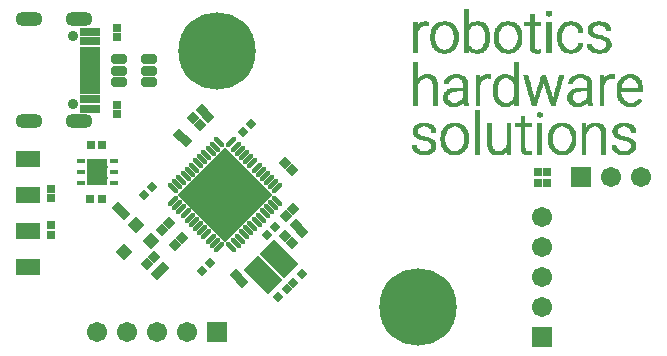
<source format=gts>
G04*
G04 #@! TF.GenerationSoftware,Altium Limited,Altium Designer,23.1.1 (15)*
G04*
G04 Layer_Color=8388736*
%FSLAX25Y25*%
%MOIN*%
G70*
G04*
G04 #@! TF.SameCoordinates,C0A30D0B-07C8-471D-B3AC-2C571FC99935*
G04*
G04*
G04 #@! TF.FilePolarity,Negative*
G04*
G01*
G75*
%ADD14C,0.00200*%
%ADD35R,0.02965X0.03162*%
%ADD36R,0.02965X0.03162*%
%ADD37R,0.06699X0.08668*%
%ADD38R,0.02762X0.01778*%
%ADD39R,0.02769X0.02769*%
%ADD40R,0.06509X0.03162*%
%ADD41R,0.06509X0.01981*%
%ADD42R,0.03162X0.02965*%
%ADD43R,0.03162X0.02965*%
G04:AMPARAMS|DCode=44|XSize=31.62mil|YSize=29.65mil|CornerRadius=0mil|HoleSize=0mil|Usage=FLASHONLY|Rotation=45.000|XOffset=0mil|YOffset=0mil|HoleType=Round|Shape=Rectangle|*
%AMROTATEDRECTD44*
4,1,4,-0.00070,-0.02166,-0.02166,-0.00070,0.00070,0.02166,0.02166,0.00070,-0.00070,-0.02166,0.0*
%
%ADD44ROTATEDRECTD44*%

G04:AMPARAMS|DCode=45|XSize=29.65mil|YSize=31.62mil|CornerRadius=0mil|HoleSize=0mil|Usage=FLASHONLY|Rotation=315.000|XOffset=0mil|YOffset=0mil|HoleType=Round|Shape=Rectangle|*
%AMROTATEDRECTD45*
4,1,4,-0.02166,-0.00070,0.00070,0.02166,0.02166,0.00070,-0.00070,-0.02166,-0.02166,-0.00070,0.0*
%
%ADD45ROTATEDRECTD45*%

G04:AMPARAMS|DCode=46|XSize=15.35mil|YSize=44.88mil|CornerRadius=0mil|HoleSize=0mil|Usage=FLASHONLY|Rotation=225.000|XOffset=0mil|YOffset=0mil|HoleType=Round|Shape=Round|*
%AMOVALD46*
21,1,0.02953,0.01535,0.00000,0.00000,315.0*
1,1,0.01535,-0.01044,0.01044*
1,1,0.01535,0.01044,-0.01044*
%
%ADD46OVALD46*%

G04:AMPARAMS|DCode=47|XSize=15.35mil|YSize=44.88mil|CornerRadius=0mil|HoleSize=0mil|Usage=FLASHONLY|Rotation=135.000|XOffset=0mil|YOffset=0mil|HoleType=Round|Shape=Round|*
%AMOVALD47*
21,1,0.02953,0.01535,0.00000,0.00000,225.0*
1,1,0.01535,0.01044,0.01044*
1,1,0.01535,-0.01044,-0.01044*
%
%ADD47OVALD47*%

%ADD48P,0.31959X4X180.0*%
G04:AMPARAMS|DCode=49|XSize=55.64mil|YSize=31.23mil|CornerRadius=6.9mil|HoleSize=0mil|Usage=FLASHONLY|Rotation=180.000|XOffset=0mil|YOffset=0mil|HoleType=Round|Shape=RoundedRectangle|*
%AMROUNDEDRECTD49*
21,1,0.05564,0.01742,0,0,180.0*
21,1,0.04183,0.03123,0,0,180.0*
1,1,0.01381,-0.02092,0.00871*
1,1,0.01381,0.02092,0.00871*
1,1,0.01381,0.02092,-0.00871*
1,1,0.01381,-0.02092,-0.00871*
%
%ADD49ROUNDEDRECTD49*%
G04:AMPARAMS|DCode=50|XSize=29.65mil|YSize=31.62mil|CornerRadius=0mil|HoleSize=0mil|Usage=FLASHONLY|Rotation=225.000|XOffset=0mil|YOffset=0mil|HoleType=Round|Shape=Rectangle|*
%AMROTATEDRECTD50*
4,1,4,-0.00070,0.02166,0.02166,-0.00070,0.00070,-0.02166,-0.02166,0.00070,-0.00070,0.02166,0.0*
%
%ADD50ROTATEDRECTD50*%

G04:AMPARAMS|DCode=51|XSize=31.62mil|YSize=29.65mil|CornerRadius=0mil|HoleSize=0mil|Usage=FLASHONLY|Rotation=315.000|XOffset=0mil|YOffset=0mil|HoleType=Round|Shape=Rectangle|*
%AMROTATEDRECTD51*
4,1,4,-0.02166,0.00070,-0.00070,0.02166,0.02166,-0.00070,0.00070,-0.02166,-0.02166,0.00070,0.0*
%
%ADD51ROTATEDRECTD51*%

%ADD52P,0.03915X4X270.0*%
%ADD53P,0.05374X4X270.0*%
%ADD54R,0.07887X0.05328*%
G04:AMPARAMS|DCode=55|XSize=67.06mil|YSize=114.3mil|CornerRadius=0mil|HoleSize=0mil|Usage=FLASHONLY|Rotation=225.000|XOffset=0mil|YOffset=0mil|HoleType=Round|Shape=Rectangle|*
%AMROTATEDRECTD55*
4,1,4,-0.01670,0.06412,0.06412,-0.01670,0.01670,-0.06412,-0.06412,0.01670,-0.01670,0.06412,0.0*
%
%ADD55ROTATEDRECTD55*%

%ADD56C,0.25800*%
%ADD57C,0.06706*%
%ADD58R,0.06706X0.06706*%
%ADD59R,0.06706X0.06706*%
%ADD60C,0.03556*%
%ADD61O,0.09068X0.04934*%
%ADD62C,0.04300*%
%ADD63C,0.03162*%
%ADD64C,0.02769*%
D14*
X153353Y-2739D02*
X154553D01*
X153353Y-2939D02*
X154553D01*
X153353Y-3139D02*
X154553D01*
X153353Y-3339D02*
X154553D01*
X180953D02*
X181953D01*
X153353Y-3539D02*
X154553D01*
X180753D02*
X182153D01*
X153353Y-3739D02*
X154553D01*
X180553D02*
X182353D01*
X153353Y-3939D02*
X154553D01*
X180553D02*
X182353D01*
X153353Y-4139D02*
X154553D01*
X180553D02*
X182353D01*
X153353Y-4339D02*
X154553D01*
X175153D02*
X176553D01*
X180553D02*
X182353D01*
X153353Y-4539D02*
X154553D01*
X175153D02*
X176553D01*
X180753D02*
X182353D01*
X153353Y-4739D02*
X154553D01*
X175153D02*
X176553D01*
X180753D02*
X182153D01*
X153353Y-4939D02*
X154553D01*
X175153D02*
X176553D01*
X181153D02*
X181753D01*
X153353Y-5139D02*
X154553D01*
X175153D02*
X176553D01*
X153353Y-5339D02*
X154553D01*
X175153D02*
X176553D01*
X153353Y-5539D02*
X154553D01*
X175153D02*
X176553D01*
X153353Y-5739D02*
X154553D01*
X175153D02*
X176553D01*
X153353Y-5939D02*
X154553D01*
X175153D02*
X176553D01*
X153353Y-6139D02*
X154553D01*
X175153D02*
X176553D01*
X153353Y-6339D02*
X154553D01*
X175153D02*
X176553D01*
X153353Y-6539D02*
X154553D01*
X175153D02*
X176553D01*
X139953Y-6739D02*
X140753D01*
X146153D02*
X147153D01*
X153353D02*
X154553D01*
X157153D02*
X158153D01*
X167353D02*
X168353D01*
X175153D02*
X176553D01*
X188353D02*
X189153D01*
X197753D02*
X198753D01*
X136353Y-6939D02*
X137753D01*
X139153D02*
X141353D01*
X145153D02*
X148153D01*
X153353D02*
X154553D01*
X156153D02*
X158953D01*
X166353D02*
X169353D01*
X173353D02*
X178553D01*
X180753D02*
X182153D01*
X187153D02*
X190353D01*
X196553D02*
X199753D01*
X136353Y-7139D02*
X137753D01*
X138753D02*
X141353D01*
X144553D02*
X148553D01*
X153353D02*
X154553D01*
X155753D02*
X159553D01*
X165753D02*
X169953D01*
X173353D02*
X178553D01*
X180753D02*
X182153D01*
X186753D02*
X190753D01*
X196153D02*
X200353D01*
X136353Y-7339D02*
X137753D01*
X138353D02*
X141353D01*
X144153D02*
X148953D01*
X153353D02*
X154553D01*
X155353D02*
X159753D01*
X165553D02*
X170153D01*
X173353D02*
X178553D01*
X180753D02*
X182153D01*
X186353D02*
X191153D01*
X195753D02*
X200753D01*
X136353Y-7539D02*
X137753D01*
X138153D02*
X141353D01*
X143953D02*
X149353D01*
X153353D02*
X154553D01*
X155153D02*
X160153D01*
X165153D02*
X170553D01*
X173353D02*
X178553D01*
X180753D02*
X182153D01*
X186153D02*
X191353D01*
X195553D02*
X200953D01*
X136353Y-7739D02*
X137753D01*
X137953D02*
X141353D01*
X143753D02*
X149553D01*
X153353D02*
X154553D01*
X154953D02*
X160353D01*
X164953D02*
X170753D01*
X173353D02*
X178553D01*
X180753D02*
X182153D01*
X185953D02*
X191553D01*
X195353D02*
X201153D01*
X136353Y-7939D02*
X137753D01*
X137953D02*
X141353D01*
X143553D02*
X145953D01*
X147153D02*
X149753D01*
X153353D02*
X154553D01*
X154753D02*
X156953D01*
X157953D02*
X160353D01*
X164753D02*
X167353D01*
X168353D02*
X170953D01*
X173353D02*
X178553D01*
X180753D02*
X182153D01*
X185753D02*
X188153D01*
X189353D02*
X191753D01*
X195153D02*
X197553D01*
X198753D02*
X201353D01*
X136353Y-8139D02*
X139553D01*
X143353D02*
X145353D01*
X147753D02*
X149953D01*
X153353D02*
X156153D01*
X158553D02*
X160553D01*
X164553D02*
X166553D01*
X168953D02*
X171153D01*
X175153D02*
X176553D01*
X180753D02*
X182153D01*
X185553D02*
X187553D01*
X189953D02*
X191953D01*
X194953D02*
X196953D01*
X199353D02*
X201553D01*
X136353Y-8339D02*
X139153D01*
X143153D02*
X144953D01*
X148153D02*
X150153D01*
X153353D02*
X155753D01*
X158953D02*
X160753D01*
X164353D02*
X166353D01*
X169353D02*
X171353D01*
X175153D02*
X176553D01*
X180753D02*
X182153D01*
X185353D02*
X187153D01*
X190353D02*
X192153D01*
X194753D02*
X196553D01*
X199753D02*
X201753D01*
X136353Y-8539D02*
X138753D01*
X142953D02*
X144753D01*
X148553D02*
X150353D01*
X153353D02*
X155553D01*
X159153D02*
X160953D01*
X164153D02*
X165953D01*
X169753D02*
X171553D01*
X175153D02*
X176553D01*
X180753D02*
X182153D01*
X185153D02*
X186953D01*
X190553D02*
X192153D01*
X194753D02*
X196353D01*
X200153D02*
X201753D01*
X136353Y-8739D02*
X138553D01*
X142753D02*
X144553D01*
X148753D02*
X150353D01*
X153353D02*
X155353D01*
X159353D02*
X160953D01*
X164153D02*
X165753D01*
X169953D02*
X171553D01*
X175153D02*
X176553D01*
X180753D02*
X182153D01*
X185153D02*
X186753D01*
X190753D02*
X192353D01*
X194753D02*
X196153D01*
X200353D02*
X201953D01*
X136353Y-8939D02*
X138353D01*
X142753D02*
X144353D01*
X148953D02*
X150553D01*
X153353D02*
X155153D01*
X159553D02*
X161153D01*
X163953D02*
X165553D01*
X170153D02*
X171753D01*
X175153D02*
X176553D01*
X180753D02*
X182153D01*
X184953D02*
X186553D01*
X190953D02*
X192353D01*
X194553D02*
X195953D01*
X200353D02*
X201953D01*
X136353Y-9139D02*
X138153D01*
X142553D02*
X144153D01*
X148953D02*
X150553D01*
X153353D02*
X154953D01*
X159553D02*
X161153D01*
X163753D02*
X165353D01*
X170353D02*
X171953D01*
X175153D02*
X176553D01*
X180753D02*
X182153D01*
X184953D02*
X186353D01*
X190953D02*
X192553D01*
X194553D02*
X195953D01*
X200553D02*
X201953D01*
X136353Y-9339D02*
X138153D01*
X142553D02*
X144153D01*
X149153D02*
X150753D01*
X153353D02*
X154953D01*
X159753D02*
X161153D01*
X163753D02*
X165353D01*
X170353D02*
X171953D01*
X175153D02*
X176553D01*
X180753D02*
X182153D01*
X184753D02*
X186353D01*
X191153D02*
X192553D01*
X194553D02*
X195953D01*
X200553D02*
X201953D01*
X136353Y-9539D02*
X137953D01*
X142353D02*
X143953D01*
X149353D02*
X150753D01*
X153353D02*
X154753D01*
X159753D02*
X161353D01*
X163753D02*
X165153D01*
X170553D02*
X171953D01*
X175153D02*
X176553D01*
X180753D02*
X182153D01*
X184753D02*
X186153D01*
X191153D02*
X192553D01*
X194553D02*
X195953D01*
X200753D02*
X201953D01*
X136353Y-9739D02*
X137953D01*
X142353D02*
X143753D01*
X149353D02*
X150953D01*
X153353D02*
X154753D01*
X159953D02*
X161353D01*
X163553D02*
X165153D01*
X170553D02*
X172153D01*
X175153D02*
X176553D01*
X180753D02*
X182153D01*
X184553D02*
X186153D01*
X191353D02*
X192753D01*
X194553D02*
X195953D01*
X200753D02*
X201953D01*
X136353Y-9939D02*
X137753D01*
X142353D02*
X143753D01*
X149553D02*
X150953D01*
X153353D02*
X154553D01*
X159953D02*
X161353D01*
X163553D02*
X164953D01*
X170753D02*
X172153D01*
X175153D02*
X176553D01*
X180753D02*
X182153D01*
X184553D02*
X185953D01*
X191353D02*
X192753D01*
X194553D02*
X195953D01*
X136353Y-10139D02*
X137753D01*
X142153D02*
X143553D01*
X149553D02*
X150953D01*
X153353D02*
X154553D01*
X160153D02*
X161353D01*
X163553D02*
X164953D01*
X170753D02*
X172153D01*
X175153D02*
X176553D01*
X180753D02*
X182153D01*
X184553D02*
X185953D01*
X191353D02*
X192753D01*
X194553D02*
X195953D01*
X136353Y-10339D02*
X137753D01*
X142153D02*
X143553D01*
X149553D02*
X150953D01*
X153353D02*
X154553D01*
X160153D02*
X161553D01*
X163353D02*
X164753D01*
X170953D02*
X172353D01*
X175153D02*
X176553D01*
X180753D02*
X182153D01*
X184553D02*
X185953D01*
X191353D02*
X192753D01*
X194553D02*
X196153D01*
X136353Y-10539D02*
X137753D01*
X142153D02*
X143553D01*
X149753D02*
X151153D01*
X153353D02*
X154553D01*
X160153D02*
X161553D01*
X163353D02*
X164753D01*
X170953D02*
X172353D01*
X175153D02*
X176553D01*
X180753D02*
X182153D01*
X184353D02*
X185753D01*
X194753D02*
X196353D01*
X136353Y-10739D02*
X137753D01*
X142153D02*
X143553D01*
X149753D02*
X151153D01*
X153353D02*
X154553D01*
X160153D02*
X161553D01*
X163353D02*
X164753D01*
X170953D02*
X172353D01*
X175153D02*
X176553D01*
X180753D02*
X182153D01*
X184353D02*
X185753D01*
X194753D02*
X196553D01*
X136353Y-10939D02*
X137753D01*
X142153D02*
X143353D01*
X149753D02*
X151153D01*
X153353D02*
X154553D01*
X160153D02*
X161553D01*
X163353D02*
X164753D01*
X170953D02*
X172353D01*
X175153D02*
X176553D01*
X180753D02*
X182153D01*
X184353D02*
X185753D01*
X194953D02*
X197153D01*
X136353Y-11139D02*
X137753D01*
X141953D02*
X143353D01*
X149753D02*
X151153D01*
X153353D02*
X154553D01*
X160153D02*
X161553D01*
X163353D02*
X164553D01*
X171153D02*
X172353D01*
X175153D02*
X176553D01*
X180753D02*
X182153D01*
X184353D02*
X185753D01*
X195153D02*
X197553D01*
X136353Y-11339D02*
X137753D01*
X141953D02*
X143353D01*
X149953D02*
X151153D01*
X153353D02*
X154553D01*
X160353D02*
X161553D01*
X163353D02*
X164553D01*
X171153D02*
X172353D01*
X175153D02*
X176553D01*
X180753D02*
X182153D01*
X184353D02*
X185753D01*
X195353D02*
X198353D01*
X136353Y-11539D02*
X137753D01*
X141953D02*
X143353D01*
X149953D02*
X151153D01*
X153353D02*
X154553D01*
X160353D02*
X161553D01*
X163353D02*
X164553D01*
X171153D02*
X172353D01*
X175153D02*
X176553D01*
X180753D02*
X182153D01*
X184353D02*
X185753D01*
X195553D02*
X199153D01*
X136353Y-11739D02*
X137753D01*
X141953D02*
X143353D01*
X149953D02*
X151153D01*
X153353D02*
X154553D01*
X160353D02*
X161553D01*
X163153D02*
X164553D01*
X171153D02*
X172353D01*
X175153D02*
X176553D01*
X180753D02*
X182153D01*
X184353D02*
X185753D01*
X195753D02*
X199753D01*
X136353Y-11939D02*
X137753D01*
X141953D02*
X143353D01*
X149953D02*
X151153D01*
X153353D02*
X154553D01*
X160353D02*
X161553D01*
X163153D02*
X164553D01*
X171153D02*
X172353D01*
X175153D02*
X176553D01*
X180753D02*
X182153D01*
X184353D02*
X185753D01*
X196153D02*
X200353D01*
X136353Y-12139D02*
X137753D01*
X141953D02*
X143353D01*
X149953D02*
X151153D01*
X153353D02*
X154553D01*
X160353D02*
X161553D01*
X163153D02*
X164553D01*
X171153D02*
X172353D01*
X175153D02*
X176553D01*
X180753D02*
X182153D01*
X184353D02*
X185753D01*
X196753D02*
X200753D01*
X136353Y-12339D02*
X137753D01*
X141953D02*
X143353D01*
X149953D02*
X151153D01*
X153353D02*
X154553D01*
X160353D02*
X161553D01*
X163153D02*
X164553D01*
X171153D02*
X172353D01*
X175153D02*
X176553D01*
X180753D02*
X182153D01*
X184353D02*
X185753D01*
X197353D02*
X200953D01*
X136353Y-12539D02*
X137753D01*
X141953D02*
X143353D01*
X149953D02*
X151153D01*
X153353D02*
X154553D01*
X160353D02*
X161553D01*
X163353D02*
X164553D01*
X171153D02*
X172353D01*
X175153D02*
X176553D01*
X180753D02*
X182153D01*
X184353D02*
X185753D01*
X198353D02*
X201353D01*
X136353Y-12739D02*
X137753D01*
X141953D02*
X143353D01*
X149953D02*
X151153D01*
X153353D02*
X154553D01*
X160353D02*
X161553D01*
X163353D02*
X164553D01*
X171153D02*
X172353D01*
X175153D02*
X176553D01*
X180753D02*
X182153D01*
X184353D02*
X185753D01*
X198953D02*
X201553D01*
X136353Y-12939D02*
X137753D01*
X141953D02*
X143353D01*
X149753D02*
X151153D01*
X153353D02*
X154553D01*
X160153D02*
X161553D01*
X163353D02*
X164553D01*
X171153D02*
X172353D01*
X175153D02*
X176553D01*
X180753D02*
X182153D01*
X184353D02*
X185753D01*
X199553D02*
X201753D01*
X136353Y-13139D02*
X137753D01*
X142153D02*
X143353D01*
X149753D02*
X151153D01*
X153353D02*
X154553D01*
X160153D02*
X161553D01*
X163353D02*
X164553D01*
X170953D02*
X172353D01*
X175153D02*
X176553D01*
X180753D02*
X182153D01*
X184353D02*
X185753D01*
X199953D02*
X201753D01*
X136353Y-13339D02*
X137753D01*
X142153D02*
X143553D01*
X149753D02*
X151153D01*
X153353D02*
X154553D01*
X160153D02*
X161553D01*
X163353D02*
X164753D01*
X170953D02*
X172353D01*
X175153D02*
X176553D01*
X180753D02*
X182153D01*
X184353D02*
X185753D01*
X200153D02*
X201953D01*
X136353Y-13539D02*
X137753D01*
X142153D02*
X143553D01*
X149753D02*
X151153D01*
X153353D02*
X154553D01*
X160153D02*
X161553D01*
X163353D02*
X164753D01*
X170953D02*
X172353D01*
X175153D02*
X176553D01*
X180753D02*
X182153D01*
X184353D02*
X185753D01*
X200353D02*
X201953D01*
X136353Y-13739D02*
X137753D01*
X142153D02*
X143553D01*
X149753D02*
X150953D01*
X153353D02*
X154553D01*
X160153D02*
X161553D01*
X163353D02*
X164753D01*
X170953D02*
X172353D01*
X175153D02*
X176553D01*
X180753D02*
X182153D01*
X184553D02*
X185753D01*
X200553D02*
X201953D01*
X136353Y-13939D02*
X137753D01*
X142153D02*
X143553D01*
X149553D02*
X150953D01*
X153353D02*
X154553D01*
X159953D02*
X161353D01*
X163353D02*
X164953D01*
X170753D02*
X172153D01*
X175153D02*
X176553D01*
X180753D02*
X182153D01*
X184553D02*
X185953D01*
X191353D02*
X192753D01*
X200553D02*
X202153D01*
X136353Y-14139D02*
X137753D01*
X142353D02*
X143753D01*
X149553D02*
X150953D01*
X153353D02*
X154553D01*
X159953D02*
X161353D01*
X163553D02*
X164953D01*
X170753D02*
X172153D01*
X175153D02*
X176553D01*
X180753D02*
X182153D01*
X184553D02*
X185953D01*
X191353D02*
X192753D01*
X200753D02*
X202153D01*
X136353Y-14339D02*
X137753D01*
X142353D02*
X143753D01*
X149353D02*
X150953D01*
X153353D02*
X154553D01*
X159953D02*
X161353D01*
X163553D02*
X164953D01*
X170753D02*
X172153D01*
X175153D02*
X176553D01*
X180753D02*
X182153D01*
X184553D02*
X185953D01*
X191353D02*
X192753D01*
X194153D02*
X195553D01*
X200753D02*
X202153D01*
X136353Y-14539D02*
X137753D01*
X142353D02*
X143953D01*
X149353D02*
X150753D01*
X153353D02*
X154753D01*
X159753D02*
X161353D01*
X163553D02*
X165153D01*
X170553D02*
X171953D01*
X175153D02*
X176553D01*
X180753D02*
X182153D01*
X184753D02*
X186153D01*
X191353D02*
X192753D01*
X194153D02*
X195553D01*
X200753D02*
X202153D01*
X136353Y-14739D02*
X137753D01*
X142553D02*
X143953D01*
X149153D02*
X150753D01*
X153353D02*
X154753D01*
X159753D02*
X161153D01*
X163753D02*
X165353D01*
X170353D02*
X171953D01*
X175153D02*
X176553D01*
X180753D02*
X182153D01*
X184753D02*
X186153D01*
X191153D02*
X192553D01*
X194353D02*
X195753D01*
X200753D02*
X202153D01*
X136353Y-14939D02*
X137753D01*
X142553D02*
X144153D01*
X149153D02*
X150553D01*
X153353D02*
X154953D01*
X159553D02*
X161153D01*
X163753D02*
X165353D01*
X170353D02*
X171953D01*
X175153D02*
X176553D01*
X180753D02*
X182153D01*
X184953D02*
X186353D01*
X191153D02*
X192553D01*
X194353D02*
X195753D01*
X200753D02*
X202153D01*
X136353Y-15139D02*
X137753D01*
X142753D02*
X144353D01*
X148953D02*
X150553D01*
X153353D02*
X155153D01*
X159553D02*
X161153D01*
X163953D02*
X165553D01*
X170153D02*
X171753D01*
X175153D02*
X176553D01*
X180753D02*
X182153D01*
X184953D02*
X186553D01*
X190953D02*
X192553D01*
X194353D02*
X195953D01*
X200553D02*
X201953D01*
X136353Y-15339D02*
X137753D01*
X142753D02*
X144553D01*
X148753D02*
X150353D01*
X153353D02*
X155353D01*
X159353D02*
X160953D01*
X163953D02*
X165753D01*
X169953D02*
X171753D01*
X175153D02*
X176553D01*
X180753D02*
X182153D01*
X185153D02*
X186753D01*
X190753D02*
X192353D01*
X194353D02*
X195953D01*
X200553D02*
X201953D01*
X136353Y-15539D02*
X137753D01*
X142953D02*
X144753D01*
X148553D02*
X150353D01*
X153353D02*
X155553D01*
X159153D02*
X160953D01*
X164153D02*
X165953D01*
X169753D02*
X171553D01*
X175153D02*
X176553D01*
X180753D02*
X182153D01*
X185153D02*
X186953D01*
X190553D02*
X192353D01*
X194553D02*
X196153D01*
X200353D02*
X201953D01*
X136353Y-15739D02*
X137753D01*
X143153D02*
X144953D01*
X148153D02*
X150153D01*
X153353D02*
X155753D01*
X158953D02*
X160753D01*
X164353D02*
X166153D01*
X169553D02*
X171353D01*
X175153D02*
X176753D01*
X180753D02*
X182153D01*
X185353D02*
X187153D01*
X190353D02*
X192153D01*
X194553D02*
X196553D01*
X199953D02*
X201753D01*
X136353Y-15939D02*
X137753D01*
X143153D02*
X145353D01*
X147953D02*
X149953D01*
X153353D02*
X156153D01*
X158553D02*
X160553D01*
X164553D02*
X166553D01*
X169153D02*
X171153D01*
X175353D02*
X176953D01*
X180753D02*
X182153D01*
X185553D02*
X187553D01*
X189953D02*
X191953D01*
X194753D02*
X196753D01*
X199753D02*
X201753D01*
X136353Y-16139D02*
X137753D01*
X143353D02*
X145953D01*
X147353D02*
X149753D01*
X153353D02*
X156753D01*
X157953D02*
X160353D01*
X164753D02*
X167153D01*
X168553D02*
X170953D01*
X175353D02*
X177353D01*
X178153D02*
X178753D01*
X180753D02*
X182153D01*
X185553D02*
X187953D01*
X189553D02*
X191753D01*
X194953D02*
X197553D01*
X199153D02*
X201553D01*
X136353Y-16339D02*
X137753D01*
X143553D02*
X149553D01*
X153353D02*
X154553D01*
X154753D02*
X160353D01*
X164953D02*
X170753D01*
X175353D02*
X178753D01*
X180753D02*
X182153D01*
X185753D02*
X191553D01*
X195153D02*
X201353D01*
X136353Y-16539D02*
X137753D01*
X143953D02*
X149353D01*
X153353D02*
X154553D01*
X154953D02*
X160153D01*
X165153D02*
X170553D01*
X175553D02*
X178753D01*
X180753D02*
X182153D01*
X186153D02*
X191353D01*
X195353D02*
X201153D01*
X136353Y-16739D02*
X137753D01*
X144153D02*
X148953D01*
X153353D02*
X154553D01*
X155353D02*
X159753D01*
X165353D02*
X170353D01*
X175753D02*
X178753D01*
X180753D02*
X182153D01*
X186353D02*
X191153D01*
X195553D02*
X200953D01*
X136353Y-16939D02*
X137753D01*
X144553D02*
X148753D01*
X153353D02*
X154553D01*
X155553D02*
X159553D01*
X165753D02*
X169953D01*
X175953D02*
X178753D01*
X180753D02*
X182153D01*
X186753D02*
X190753D01*
X195953D02*
X200553D01*
X136353Y-17139D02*
X137753D01*
X144953D02*
X148153D01*
X153353D02*
X154553D01*
X156153D02*
X159153D01*
X166353D02*
X169353D01*
X176153D02*
X178753D01*
X180753D02*
X182153D01*
X187153D02*
X190153D01*
X196553D02*
X199953D01*
X145953Y-17339D02*
X147353D01*
X156953D02*
X158153D01*
X167153D02*
X168553D01*
X176953D02*
X178153D01*
X188153D02*
X189353D01*
X197553D02*
X198953D01*
X136353Y-20539D02*
X137753D01*
X169953D02*
X171153D01*
X136353Y-20739D02*
X137753D01*
X169953D02*
X171153D01*
X136353Y-20939D02*
X137753D01*
X169953D02*
X171153D01*
X136353Y-21139D02*
X137753D01*
X169953D02*
X171153D01*
X136353Y-21339D02*
X137753D01*
X169953D02*
X171153D01*
X136353Y-21539D02*
X137753D01*
X169953D02*
X171153D01*
X136353Y-21739D02*
X137753D01*
X169953D02*
X171153D01*
X136353Y-21939D02*
X137753D01*
X169953D02*
X171153D01*
X136353Y-22139D02*
X137753D01*
X169953D02*
X171153D01*
X136353Y-22339D02*
X137753D01*
X169953D02*
X171153D01*
X136353Y-22539D02*
X137753D01*
X169953D02*
X171153D01*
X136353Y-22739D02*
X137753D01*
X169953D02*
X171153D01*
X136353Y-22939D02*
X137753D01*
X169953D02*
X171153D01*
X136353Y-23139D02*
X137753D01*
X169953D02*
X171153D01*
X136353Y-23339D02*
X137753D01*
X169953D02*
X171153D01*
X136353Y-23539D02*
X137753D01*
X169953D02*
X171153D01*
X136353Y-23739D02*
X137753D01*
X169953D02*
X171153D01*
X136353Y-23939D02*
X137753D01*
X169953D02*
X171153D01*
X136353Y-24139D02*
X137753D01*
X169953D02*
X171153D01*
X136353Y-24339D02*
X137753D01*
X169953D02*
X171153D01*
X136353Y-24539D02*
X137753D01*
X139953D02*
X141953D01*
X149553D02*
X151553D01*
X160153D02*
X161953D01*
X165953D02*
X167753D01*
X169953D02*
X171153D01*
X190953D02*
X192953D01*
X201553D02*
X203353D01*
X207553D02*
X209553D01*
X136353Y-24739D02*
X137753D01*
X139353D02*
X142553D01*
X148753D02*
X152353D01*
X157153D02*
X158353D01*
X159553D02*
X161953D01*
X165353D02*
X168553D01*
X169953D02*
X171153D01*
X172953D02*
X174353D01*
X179153D02*
X180353D01*
X184953D02*
X186353D01*
X190153D02*
X193753D01*
X198553D02*
X199753D01*
X200953D02*
X203353D01*
X206953D02*
X210153D01*
X136353Y-24939D02*
X137753D01*
X138953D02*
X142953D01*
X148353D02*
X152753D01*
X157153D02*
X158353D01*
X159353D02*
X161953D01*
X164953D02*
X168953D01*
X169953D02*
X171153D01*
X173153D02*
X174553D01*
X178953D02*
X180353D01*
X184953D02*
X186353D01*
X189753D02*
X194153D01*
X198553D02*
X199753D01*
X200753D02*
X203353D01*
X206553D02*
X210553D01*
X136353Y-25139D02*
X137753D01*
X138553D02*
X143153D01*
X147953D02*
X153153D01*
X157153D02*
X158353D01*
X158953D02*
X161953D01*
X164553D02*
X169153D01*
X169953D02*
X171153D01*
X173153D02*
X174553D01*
X178953D02*
X180353D01*
X184953D02*
X186353D01*
X189353D02*
X194553D01*
X198553D02*
X199753D01*
X200353D02*
X203353D01*
X206153D02*
X210953D01*
X136353Y-25339D02*
X137753D01*
X138353D02*
X143353D01*
X147753D02*
X153353D01*
X157153D02*
X158353D01*
X158753D02*
X161953D01*
X164353D02*
X169353D01*
X169953D02*
X171153D01*
X173153D02*
X174553D01*
X178953D02*
X180553D01*
X184753D02*
X186153D01*
X189153D02*
X194753D01*
X198553D02*
X199753D01*
X200153D02*
X203353D01*
X205953D02*
X211153D01*
X136353Y-25539D02*
X137753D01*
X138153D02*
X143553D01*
X147553D02*
X153553D01*
X157153D02*
X158353D01*
X158553D02*
X161953D01*
X164153D02*
X169553D01*
X169953D02*
X171153D01*
X173153D02*
X174553D01*
X178753D02*
X180553D01*
X184753D02*
X186153D01*
X188953D02*
X194953D01*
X198553D02*
X199753D01*
X199953D02*
X203353D01*
X205753D02*
X211353D01*
X136353Y-25739D02*
X137753D01*
X137953D02*
X139953D01*
X141353D02*
X143753D01*
X147353D02*
X149553D01*
X151553D02*
X153753D01*
X157153D02*
X158353D01*
X158553D02*
X160753D01*
X161353D02*
X161953D01*
X163953D02*
X166353D01*
X167953D02*
X169753D01*
X169953D02*
X171153D01*
X173353D02*
X174753D01*
X178753D02*
X180553D01*
X184753D02*
X186153D01*
X188753D02*
X190953D01*
X192953D02*
X195153D01*
X198553D02*
X199753D01*
X199953D02*
X202153D01*
X202753D02*
X203353D01*
X205553D02*
X207753D01*
X209353D02*
X211553D01*
X136353Y-25939D02*
X139353D01*
X141953D02*
X143753D01*
X147153D02*
X148953D01*
X151953D02*
X153753D01*
X157153D02*
X159953D01*
X163753D02*
X165753D01*
X168353D02*
X171153D01*
X173353D02*
X174753D01*
X178753D02*
X180753D01*
X184553D02*
X185953D01*
X188553D02*
X190353D01*
X193353D02*
X195153D01*
X198553D02*
X201353D01*
X205353D02*
X207153D01*
X209753D02*
X211753D01*
X136353Y-26139D02*
X139153D01*
X142153D02*
X143953D01*
X146953D02*
X148753D01*
X152153D02*
X153953D01*
X157153D02*
X159553D01*
X163753D02*
X165553D01*
X168753D02*
X171153D01*
X173353D02*
X174753D01*
X178553D02*
X180753D01*
X184553D02*
X185953D01*
X188353D02*
X190153D01*
X193553D02*
X195353D01*
X198553D02*
X200953D01*
X205153D02*
X206953D01*
X210153D02*
X211753D01*
X136353Y-26339D02*
X138753D01*
X142353D02*
X143953D01*
X146753D02*
X148553D01*
X152553D02*
X153953D01*
X157153D02*
X159353D01*
X163553D02*
X165353D01*
X168953D02*
X171153D01*
X173553D02*
X174753D01*
X178553D02*
X180753D01*
X184553D02*
X185953D01*
X188153D02*
X189953D01*
X193953D02*
X195353D01*
X198553D02*
X200753D01*
X204953D02*
X206753D01*
X210353D02*
X211953D01*
X136353Y-26539D02*
X138553D01*
X142553D02*
X143953D01*
X146753D02*
X148353D01*
X152553D02*
X154153D01*
X157153D02*
X159153D01*
X163553D02*
X165153D01*
X169153D02*
X171153D01*
X173553D02*
X174953D01*
X178553D02*
X180953D01*
X184553D02*
X185953D01*
X188153D02*
X189753D01*
X193953D02*
X195553D01*
X198553D02*
X200553D01*
X204953D02*
X206553D01*
X210553D02*
X212153D01*
X136353Y-26739D02*
X138353D01*
X142553D02*
X143953D01*
X146753D02*
X148153D01*
X152753D02*
X154153D01*
X157153D02*
X158953D01*
X163353D02*
X164953D01*
X169353D02*
X171153D01*
X173553D02*
X174953D01*
X178553D02*
X180953D01*
X184353D02*
X185753D01*
X188153D02*
X189553D01*
X194153D02*
X195553D01*
X198553D02*
X200353D01*
X204753D02*
X206353D01*
X210553D02*
X212153D01*
X136353Y-26939D02*
X138353D01*
X142753D02*
X144153D01*
X146553D02*
X147953D01*
X152753D02*
X154153D01*
X157153D02*
X158753D01*
X163353D02*
X164753D01*
X169553D02*
X171153D01*
X173553D02*
X174953D01*
X178353D02*
X179553D01*
X179753D02*
X180953D01*
X184353D02*
X185753D01*
X187953D02*
X189353D01*
X194153D02*
X195553D01*
X198553D02*
X200153D01*
X204753D02*
X206153D01*
X210753D02*
X212153D01*
X136353Y-27139D02*
X138153D01*
X142753D02*
X144153D01*
X146553D02*
X147953D01*
X152953D02*
X154353D01*
X157153D02*
X158753D01*
X163153D02*
X164753D01*
X169553D02*
X171153D01*
X173753D02*
X175153D01*
X178353D02*
X179553D01*
X179753D02*
X180953D01*
X184353D02*
X185753D01*
X187953D02*
X189353D01*
X194353D02*
X195753D01*
X198553D02*
X200153D01*
X204553D02*
X205953D01*
X210953D02*
X212353D01*
X136353Y-27339D02*
X137953D01*
X142753D02*
X144153D01*
X146553D02*
X147953D01*
X152953D02*
X154353D01*
X157153D02*
X158553D01*
X163153D02*
X164553D01*
X169753D02*
X171153D01*
X173753D02*
X175153D01*
X178353D02*
X179553D01*
X179753D02*
X181153D01*
X184353D02*
X185553D01*
X187953D02*
X189353D01*
X194353D02*
X195753D01*
X198553D02*
X199953D01*
X204553D02*
X205953D01*
X210953D02*
X212353D01*
X136353Y-27539D02*
X137953D01*
X142753D02*
X144153D01*
X146553D02*
X147953D01*
X152953D02*
X154353D01*
X157153D02*
X158553D01*
X163153D02*
X164553D01*
X169753D02*
X171153D01*
X173753D02*
X175153D01*
X178153D02*
X179353D01*
X179953D02*
X181153D01*
X184153D02*
X185553D01*
X187953D02*
X189353D01*
X194353D02*
X195753D01*
X198553D02*
X199953D01*
X204353D02*
X205753D01*
X210953D02*
X212353D01*
X136353Y-27739D02*
X137753D01*
X142953D02*
X144153D01*
X152953D02*
X154353D01*
X157153D02*
X158553D01*
X162953D02*
X164553D01*
X169953D02*
X171153D01*
X173953D02*
X175153D01*
X178153D02*
X179353D01*
X179953D02*
X181153D01*
X184153D02*
X185553D01*
X194353D02*
X195753D01*
X198553D02*
X199953D01*
X204353D02*
X205753D01*
X211153D02*
X212353D01*
X136353Y-27939D02*
X137753D01*
X142953D02*
X144153D01*
X152953D02*
X154353D01*
X157153D02*
X158353D01*
X162953D02*
X164353D01*
X169953D02*
X171153D01*
X173953D02*
X175353D01*
X178153D02*
X179353D01*
X179953D02*
X181353D01*
X184153D02*
X185353D01*
X194353D02*
X195753D01*
X198553D02*
X199753D01*
X204353D02*
X205753D01*
X211153D02*
X212553D01*
X136353Y-28139D02*
X137753D01*
X142953D02*
X144153D01*
X152953D02*
X154353D01*
X157153D02*
X158353D01*
X162953D02*
X164353D01*
X169953D02*
X171153D01*
X173953D02*
X175353D01*
X177953D02*
X179353D01*
X180153D02*
X181353D01*
X184153D02*
X185353D01*
X194353D02*
X195753D01*
X198553D02*
X199753D01*
X204153D02*
X205553D01*
X211153D02*
X212553D01*
X136353Y-28339D02*
X137753D01*
X142953D02*
X144153D01*
X152953D02*
X154353D01*
X157153D02*
X158353D01*
X162953D02*
X164353D01*
X169953D02*
X171153D01*
X173953D02*
X175353D01*
X177953D02*
X179153D01*
X180153D02*
X181353D01*
X183953D02*
X185353D01*
X194353D02*
X195753D01*
X198553D02*
X199753D01*
X204153D02*
X205553D01*
X211153D02*
X212553D01*
X136353Y-28539D02*
X137753D01*
X142953D02*
X144153D01*
X152953D02*
X154353D01*
X157153D02*
X158353D01*
X162953D02*
X164353D01*
X169953D02*
X171153D01*
X174153D02*
X175353D01*
X177953D02*
X179153D01*
X180153D02*
X181553D01*
X183953D02*
X185353D01*
X194353D02*
X195753D01*
X198553D02*
X199753D01*
X204153D02*
X205553D01*
X211153D02*
X212553D01*
X136353Y-28739D02*
X137753D01*
X142953D02*
X144153D01*
X152953D02*
X154353D01*
X157153D02*
X158353D01*
X162953D02*
X164353D01*
X169953D02*
X171153D01*
X174153D02*
X175553D01*
X177753D02*
X179153D01*
X180353D02*
X181553D01*
X183953D02*
X185153D01*
X194353D02*
X195753D01*
X198553D02*
X199753D01*
X204153D02*
X205553D01*
X211353D02*
X212553D01*
X136353Y-28939D02*
X137753D01*
X142953D02*
X144153D01*
X149753D02*
X154353D01*
X157153D02*
X158353D01*
X162953D02*
X164153D01*
X169953D02*
X171153D01*
X174153D02*
X175553D01*
X177753D02*
X178953D01*
X180353D02*
X181553D01*
X183753D02*
X185153D01*
X191153D02*
X195753D01*
X198553D02*
X199753D01*
X204153D02*
X212553D01*
X136353Y-29139D02*
X137753D01*
X142953D02*
X144153D01*
X148753D02*
X154353D01*
X157153D02*
X158353D01*
X162953D02*
X164153D01*
X169953D02*
X171153D01*
X174353D02*
X175553D01*
X177753D02*
X178953D01*
X180353D02*
X181753D01*
X183753D02*
X185153D01*
X190153D02*
X195753D01*
X198553D02*
X199753D01*
X204153D02*
X212553D01*
X136353Y-29339D02*
X137753D01*
X142953D02*
X144153D01*
X148153D02*
X154353D01*
X157153D02*
X158353D01*
X162953D02*
X164153D01*
X169953D02*
X171153D01*
X174353D02*
X175753D01*
X177553D02*
X178953D01*
X180553D02*
X181753D01*
X183753D02*
X184953D01*
X189553D02*
X195753D01*
X198553D02*
X199753D01*
X204153D02*
X212553D01*
X136353Y-29539D02*
X137753D01*
X142953D02*
X144153D01*
X147753D02*
X154353D01*
X157153D02*
X158353D01*
X162953D02*
X164153D01*
X169953D02*
X171153D01*
X174353D02*
X175753D01*
X177553D02*
X178753D01*
X180553D02*
X181753D01*
X183753D02*
X184953D01*
X189153D02*
X195753D01*
X198553D02*
X199753D01*
X204153D02*
X212553D01*
X136353Y-29739D02*
X137753D01*
X142953D02*
X144153D01*
X147553D02*
X154353D01*
X157153D02*
X158353D01*
X162953D02*
X164153D01*
X169953D02*
X171153D01*
X174353D02*
X175753D01*
X177553D02*
X178753D01*
X180553D02*
X181953D01*
X183553D02*
X184953D01*
X188953D02*
X195753D01*
X198553D02*
X199753D01*
X204153D02*
X212553D01*
X136353Y-29939D02*
X137753D01*
X142953D02*
X144153D01*
X147353D02*
X150553D01*
X152953D02*
X154353D01*
X157153D02*
X158353D01*
X162953D02*
X164153D01*
X169953D02*
X171153D01*
X174553D02*
X175753D01*
X177353D02*
X178753D01*
X180753D02*
X181953D01*
X183553D02*
X184953D01*
X188753D02*
X191953D01*
X194353D02*
X195753D01*
X198553D02*
X199753D01*
X204153D02*
X212553D01*
X136353Y-30139D02*
X137753D01*
X142953D02*
X144153D01*
X147153D02*
X149553D01*
X152953D02*
X154353D01*
X157153D02*
X158353D01*
X162953D02*
X164153D01*
X169953D02*
X171153D01*
X174553D02*
X175953D01*
X177353D02*
X178553D01*
X180753D02*
X181953D01*
X183553D02*
X184753D01*
X188553D02*
X190953D01*
X194353D02*
X195753D01*
X198553D02*
X199753D01*
X204153D02*
X205353D01*
X136353Y-30339D02*
X137753D01*
X142953D02*
X144153D01*
X146953D02*
X148953D01*
X152953D02*
X154353D01*
X157153D02*
X158353D01*
X162953D02*
X164153D01*
X169953D02*
X171153D01*
X174553D02*
X175953D01*
X177353D02*
X178553D01*
X180753D02*
X181953D01*
X183553D02*
X184753D01*
X188353D02*
X190353D01*
X194353D02*
X195753D01*
X198553D02*
X199753D01*
X204153D02*
X205353D01*
X136353Y-30539D02*
X137753D01*
X142953D02*
X144153D01*
X146753D02*
X148553D01*
X152953D02*
X154353D01*
X157153D02*
X158353D01*
X162953D02*
X164153D01*
X169953D02*
X171153D01*
X174753D02*
X175953D01*
X177353D02*
X178553D01*
X180753D02*
X182153D01*
X183353D02*
X184753D01*
X188153D02*
X189953D01*
X194353D02*
X195753D01*
X198553D02*
X199753D01*
X204153D02*
X205353D01*
X136353Y-30739D02*
X137753D01*
X142953D02*
X144153D01*
X146553D02*
X148353D01*
X152953D02*
X154353D01*
X157153D02*
X158353D01*
X162953D02*
X164153D01*
X169953D02*
X171153D01*
X174753D02*
X175953D01*
X177153D02*
X178353D01*
X180953D02*
X182153D01*
X183353D02*
X184553D01*
X187953D02*
X189753D01*
X194353D02*
X195753D01*
X198553D02*
X199753D01*
X204153D02*
X205353D01*
X136353Y-30939D02*
X137753D01*
X142953D02*
X144153D01*
X146553D02*
X148153D01*
X152953D02*
X154353D01*
X157153D02*
X158353D01*
X162953D02*
X164353D01*
X169953D02*
X171153D01*
X174753D02*
X176153D01*
X177153D02*
X178353D01*
X180953D02*
X182153D01*
X183353D02*
X184553D01*
X187953D02*
X189553D01*
X194353D02*
X195753D01*
X198553D02*
X199753D01*
X204153D02*
X205553D01*
X136353Y-31139D02*
X137753D01*
X142953D02*
X144153D01*
X146553D02*
X147953D01*
X152953D02*
X154353D01*
X157153D02*
X158353D01*
X162953D02*
X164353D01*
X169953D02*
X171153D01*
X174953D02*
X176153D01*
X177153D02*
X178353D01*
X180953D02*
X182353D01*
X183353D02*
X184553D01*
X187953D02*
X189353D01*
X194353D02*
X195753D01*
X198553D02*
X199753D01*
X204153D02*
X205553D01*
X136353Y-31339D02*
X137753D01*
X142953D02*
X144153D01*
X146353D02*
X147753D01*
X152953D02*
X154353D01*
X157153D02*
X158353D01*
X162953D02*
X164353D01*
X169953D02*
X171153D01*
X174953D02*
X176153D01*
X176953D02*
X178153D01*
X181153D02*
X182353D01*
X183153D02*
X184553D01*
X187753D02*
X189153D01*
X194353D02*
X195753D01*
X198553D02*
X199753D01*
X204153D02*
X205553D01*
X136353Y-31539D02*
X137753D01*
X142953D02*
X144153D01*
X146353D02*
X147753D01*
X152953D02*
X154353D01*
X157153D02*
X158353D01*
X162953D02*
X164353D01*
X169953D02*
X171153D01*
X174953D02*
X176353D01*
X176953D02*
X178153D01*
X181153D02*
X182353D01*
X183153D02*
X184353D01*
X187753D02*
X189153D01*
X194353D02*
X195753D01*
X198553D02*
X199753D01*
X204153D02*
X205553D01*
X136353Y-31739D02*
X137753D01*
X142953D02*
X144153D01*
X146353D02*
X147753D01*
X152953D02*
X154353D01*
X157153D02*
X158353D01*
X162953D02*
X164353D01*
X169953D02*
X171153D01*
X174953D02*
X176353D01*
X176953D02*
X178153D01*
X181153D02*
X182553D01*
X183153D02*
X184353D01*
X187753D02*
X189153D01*
X194353D02*
X195753D01*
X198553D02*
X199753D01*
X204353D02*
X205753D01*
X136353Y-31939D02*
X137753D01*
X142953D02*
X144153D01*
X146353D02*
X147753D01*
X152953D02*
X154353D01*
X157153D02*
X158353D01*
X163153D02*
X164553D01*
X169953D02*
X171153D01*
X175153D02*
X176353D01*
X176753D02*
X177953D01*
X181353D02*
X182553D01*
X182953D02*
X184353D01*
X187753D02*
X189153D01*
X194353D02*
X195753D01*
X198553D02*
X199753D01*
X204353D02*
X205753D01*
X136353Y-32139D02*
X137753D01*
X142953D02*
X144153D01*
X146353D02*
X147753D01*
X152953D02*
X154353D01*
X157153D02*
X158353D01*
X163153D02*
X164553D01*
X169753D02*
X171153D01*
X175153D02*
X176353D01*
X176753D02*
X177953D01*
X181353D02*
X182553D01*
X182953D02*
X184153D01*
X187753D02*
X189153D01*
X194353D02*
X195753D01*
X198553D02*
X199753D01*
X204353D02*
X205953D01*
X136353Y-32339D02*
X137753D01*
X142953D02*
X144153D01*
X146353D02*
X147753D01*
X152753D02*
X154353D01*
X157153D02*
X158353D01*
X163153D02*
X164753D01*
X169753D02*
X171153D01*
X175153D02*
X176553D01*
X176753D02*
X177953D01*
X181353D02*
X182753D01*
X182953D02*
X184153D01*
X187753D02*
X189153D01*
X194153D02*
X195753D01*
X198553D02*
X199753D01*
X204553D02*
X205953D01*
X136353Y-32539D02*
X137753D01*
X142953D02*
X144153D01*
X146353D02*
X147753D01*
X152553D02*
X154353D01*
X157153D02*
X158353D01*
X163353D02*
X164753D01*
X169553D02*
X171153D01*
X175353D02*
X177953D01*
X181553D02*
X182753D01*
X182953D02*
X184153D01*
X187753D02*
X189153D01*
X193953D02*
X195753D01*
X198553D02*
X199753D01*
X204553D02*
X206153D01*
X136353Y-32739D02*
X137753D01*
X142953D02*
X144153D01*
X146353D02*
X147753D01*
X152553D02*
X154353D01*
X157153D02*
X158353D01*
X163353D02*
X164953D01*
X169553D02*
X171153D01*
X175353D02*
X177753D01*
X181553D02*
X183953D01*
X187753D02*
X189153D01*
X193953D02*
X195753D01*
X198553D02*
X199753D01*
X204753D02*
X206353D01*
X211353D02*
X211953D01*
X136353Y-32939D02*
X137753D01*
X142953D02*
X144153D01*
X146353D02*
X147953D01*
X152353D02*
X154353D01*
X157153D02*
X158353D01*
X163553D02*
X164953D01*
X169353D02*
X171153D01*
X175353D02*
X177753D01*
X181553D02*
X183953D01*
X187753D02*
X189353D01*
X193753D02*
X195753D01*
X198553D02*
X199753D01*
X204753D02*
X206553D01*
X211153D02*
X212153D01*
X136353Y-33139D02*
X137753D01*
X142953D02*
X144153D01*
X146553D02*
X148153D01*
X151953D02*
X154353D01*
X157153D02*
X158353D01*
X163553D02*
X165153D01*
X169153D02*
X171153D01*
X175353D02*
X177753D01*
X181753D02*
X183953D01*
X187953D02*
X189553D01*
X193353D02*
X195753D01*
X198553D02*
X199753D01*
X204953D02*
X206753D01*
X210953D02*
X212353D01*
X136353Y-33339D02*
X137753D01*
X142953D02*
X144153D01*
X146553D02*
X148353D01*
X151753D02*
X154353D01*
X157153D02*
X158353D01*
X163753D02*
X165353D01*
X168953D02*
X171153D01*
X175553D02*
X177553D01*
X181753D02*
X183953D01*
X187953D02*
X189753D01*
X193153D02*
X195753D01*
X198553D02*
X199753D01*
X205153D02*
X206953D01*
X210753D02*
X212353D01*
X136353Y-33539D02*
X137753D01*
X142953D02*
X144153D01*
X146553D02*
X148553D01*
X151353D02*
X154353D01*
X157153D02*
X158353D01*
X163753D02*
X165753D01*
X168553D02*
X171153D01*
X175553D02*
X177553D01*
X181753D02*
X183753D01*
X187953D02*
X189953D01*
X192753D02*
X195753D01*
X198553D02*
X199753D01*
X205153D02*
X207153D01*
X210353D02*
X212153D01*
X136353Y-33739D02*
X137753D01*
X142953D02*
X144153D01*
X146753D02*
X148953D01*
X150953D02*
X154353D01*
X157153D02*
X158353D01*
X163953D02*
X166153D01*
X168153D02*
X171153D01*
X175553D02*
X177553D01*
X181953D02*
X183753D01*
X188153D02*
X190353D01*
X192353D02*
X195753D01*
X198553D02*
X199753D01*
X205353D02*
X207553D01*
X209953D02*
X211953D01*
X136353Y-33939D02*
X137753D01*
X142953D02*
X144153D01*
X146953D02*
X152753D01*
X152953D02*
X154353D01*
X157153D02*
X158353D01*
X164153D02*
X169753D01*
X169953D02*
X171153D01*
X175753D02*
X177353D01*
X181953D02*
X183753D01*
X188353D02*
X194153D01*
X194353D02*
X195753D01*
X198553D02*
X199753D01*
X205553D02*
X208553D01*
X208953D02*
X211753D01*
X136353Y-34139D02*
X137753D01*
X142953D02*
X144153D01*
X147153D02*
X152553D01*
X153153D02*
X154553D01*
X157153D02*
X158353D01*
X164353D02*
X169553D01*
X169953D02*
X171153D01*
X175753D02*
X177353D01*
X181953D02*
X183553D01*
X188553D02*
X193953D01*
X194553D02*
X195953D01*
X198553D02*
X199753D01*
X205753D02*
X211553D01*
X136353Y-34339D02*
X137753D01*
X142953D02*
X144153D01*
X147353D02*
X152353D01*
X153153D02*
X154553D01*
X157153D02*
X158353D01*
X164553D02*
X169353D01*
X169953D02*
X171153D01*
X175753D02*
X177353D01*
X182153D02*
X183553D01*
X188753D02*
X193753D01*
X194553D02*
X195953D01*
X198553D02*
X199753D01*
X206153D02*
X211353D01*
X136353Y-34539D02*
X137753D01*
X142953D02*
X144153D01*
X147553D02*
X151953D01*
X153153D02*
X154553D01*
X157153D02*
X158353D01*
X164753D02*
X169153D01*
X169953D02*
X171153D01*
X175753D02*
X177153D01*
X182153D02*
X183553D01*
X188953D02*
X193353D01*
X194553D02*
X195953D01*
X198553D02*
X199753D01*
X206353D02*
X211153D01*
X136353Y-34739D02*
X137753D01*
X142953D02*
X144153D01*
X147953D02*
X151553D01*
X153153D02*
X154553D01*
X157153D02*
X158353D01*
X165153D02*
X168753D01*
X169953D02*
X171153D01*
X175953D02*
X177153D01*
X182153D02*
X183553D01*
X189353D02*
X192953D01*
X194553D02*
X195953D01*
X198553D02*
X199753D01*
X206753D02*
X210753D01*
X148353Y-34939D02*
X150953D01*
X165553D02*
X168153D01*
X189753D02*
X192353D01*
X207353D02*
X210153D01*
X156953Y-36539D02*
X158153D01*
X156953Y-36739D02*
X158153D01*
X156953Y-36939D02*
X158153D01*
X156953Y-37139D02*
X158153D01*
X177953D02*
X178753D01*
X156953Y-37339D02*
X158153D01*
X177753D02*
X179153D01*
X156953Y-37539D02*
X158153D01*
X177553D02*
X179153D01*
X156953Y-37739D02*
X158153D01*
X177553D02*
X179353D01*
X156953Y-37939D02*
X158153D01*
X177553D02*
X179353D01*
X156953Y-38139D02*
X158153D01*
X177553D02*
X179153D01*
X156953Y-38339D02*
X158153D01*
X172153D02*
X173353D01*
X177553D02*
X179153D01*
X156953Y-38539D02*
X158153D01*
X172153D02*
X173353D01*
X177753D02*
X179153D01*
X156953Y-38739D02*
X158153D01*
X172153D02*
X173353D01*
X178153D02*
X178753D01*
X156953Y-38939D02*
X158153D01*
X172153D02*
X173353D01*
X156953Y-39139D02*
X158153D01*
X172153D02*
X173353D01*
X156953Y-39339D02*
X158153D01*
X172153D02*
X173353D01*
X156953Y-39539D02*
X158153D01*
X172153D02*
X173353D01*
X156953Y-39739D02*
X158153D01*
X172153D02*
X173353D01*
X156953Y-39939D02*
X158153D01*
X172153D02*
X173353D01*
X156953Y-40139D02*
X158153D01*
X172153D02*
X173353D01*
X156953Y-40339D02*
X158153D01*
X172153D02*
X173353D01*
X156953Y-40539D02*
X158153D01*
X172153D02*
X173353D01*
X138353Y-40739D02*
X141353D01*
X148553D02*
X151553D01*
X156953D02*
X158153D01*
X160953D02*
X162353D01*
X167553D02*
X168753D01*
X170153D02*
X175553D01*
X177753D02*
X178953D01*
X184353D02*
X187353D01*
X192553D02*
X193753D01*
X195753D02*
X198353D01*
X204953D02*
X207953D01*
X137753Y-40939D02*
X141953D01*
X148153D02*
X151953D01*
X156953D02*
X158153D01*
X160953D02*
X162353D01*
X167553D02*
X168753D01*
X170153D02*
X175553D01*
X177753D02*
X178953D01*
X183953D02*
X187753D01*
X192553D02*
X193753D01*
X195153D02*
X198953D01*
X204353D02*
X208553D01*
X137553Y-41139D02*
X142353D01*
X147753D02*
X152353D01*
X156953D02*
X158153D01*
X160953D02*
X162353D01*
X167553D02*
X168753D01*
X170153D02*
X175553D01*
X177753D02*
X178953D01*
X183553D02*
X188153D01*
X192553D02*
X193753D01*
X194953D02*
X199153D01*
X204153D02*
X208953D01*
X137153Y-41339D02*
X142553D01*
X147353D02*
X152753D01*
X156953D02*
X158153D01*
X160953D02*
X162353D01*
X167553D02*
X168753D01*
X170153D02*
X175553D01*
X177753D02*
X178953D01*
X183153D02*
X188553D01*
X192553D02*
X193753D01*
X194553D02*
X199353D01*
X203753D02*
X209153D01*
X136953Y-41539D02*
X142953D01*
X147153D02*
X152953D01*
X156953D02*
X158153D01*
X160953D02*
X162353D01*
X167553D02*
X168753D01*
X170153D02*
X175553D01*
X177753D02*
X178953D01*
X182953D02*
X188753D01*
X192553D02*
X193753D01*
X194353D02*
X199553D01*
X203553D02*
X209553D01*
X136753Y-41739D02*
X139353D01*
X140353D02*
X142953D01*
X146953D02*
X149553D01*
X150553D02*
X153153D01*
X156953D02*
X158153D01*
X160953D02*
X162353D01*
X167553D02*
X168753D01*
X170153D02*
X175553D01*
X177753D02*
X178953D01*
X182753D02*
X185353D01*
X186353D02*
X188953D01*
X192553D02*
X193753D01*
X194153D02*
X196353D01*
X197153D02*
X199753D01*
X203353D02*
X205953D01*
X206953D02*
X209553D01*
X136553Y-41939D02*
X138553D01*
X141153D02*
X143153D01*
X146753D02*
X148953D01*
X151153D02*
X153353D01*
X156953D02*
X158153D01*
X160953D02*
X162353D01*
X167553D02*
X168753D01*
X172153D02*
X173353D01*
X177753D02*
X178953D01*
X182553D02*
X184753D01*
X186953D02*
X189153D01*
X192553D02*
X193753D01*
X193953D02*
X195753D01*
X197953D02*
X199953D01*
X203153D02*
X205153D01*
X207753D02*
X209753D01*
X136553Y-42139D02*
X138353D01*
X141353D02*
X143353D01*
X146553D02*
X148553D01*
X151553D02*
X153553D01*
X156953D02*
X158153D01*
X160953D02*
X162353D01*
X167553D02*
X168753D01*
X172153D02*
X173353D01*
X177753D02*
X178953D01*
X182353D02*
X184353D01*
X187353D02*
X189353D01*
X192553D02*
X195353D01*
X198153D02*
X199953D01*
X203153D02*
X204953D01*
X207953D02*
X209953D01*
X136353Y-42339D02*
X137953D01*
X141753D02*
X143353D01*
X146353D02*
X148153D01*
X151953D02*
X153753D01*
X156953D02*
X158153D01*
X160953D02*
X162353D01*
X167553D02*
X168753D01*
X172153D02*
X173353D01*
X177753D02*
X178953D01*
X182153D02*
X183953D01*
X187753D02*
X189553D01*
X192553D02*
X194953D01*
X198353D02*
X199953D01*
X202953D02*
X204553D01*
X208353D02*
X209953D01*
X136353Y-42539D02*
X137753D01*
X141953D02*
X143553D01*
X146353D02*
X147953D01*
X152153D02*
X153753D01*
X156953D02*
X158153D01*
X160953D02*
X162353D01*
X167553D02*
X168753D01*
X172153D02*
X173353D01*
X177753D02*
X178953D01*
X182153D02*
X183753D01*
X187953D02*
X189553D01*
X192553D02*
X194753D01*
X198553D02*
X200153D01*
X202953D02*
X204353D01*
X208553D02*
X210153D01*
X136353Y-42739D02*
X137753D01*
X142153D02*
X143553D01*
X146153D02*
X147753D01*
X152353D02*
X153953D01*
X156953D02*
X158153D01*
X160953D02*
X162353D01*
X167553D02*
X168753D01*
X172153D02*
X173353D01*
X177753D02*
X178953D01*
X181953D02*
X183553D01*
X188153D02*
X189753D01*
X192553D02*
X194553D01*
X198753D02*
X200153D01*
X202953D02*
X204353D01*
X208753D02*
X210153D01*
X136153Y-42939D02*
X137553D01*
X142153D02*
X143553D01*
X145953D02*
X147553D01*
X152353D02*
X153953D01*
X156953D02*
X158153D01*
X160953D02*
X162353D01*
X167553D02*
X168753D01*
X172153D02*
X173353D01*
X177753D02*
X178953D01*
X181753D02*
X183353D01*
X188153D02*
X189753D01*
X192553D02*
X194553D01*
X198753D02*
X200153D01*
X202753D02*
X204153D01*
X208753D02*
X210153D01*
X136153Y-43139D02*
X137553D01*
X142353D02*
X143753D01*
X145953D02*
X147553D01*
X152553D02*
X154153D01*
X156953D02*
X158153D01*
X160953D02*
X162353D01*
X167553D02*
X168753D01*
X172153D02*
X173353D01*
X177753D02*
X178953D01*
X181753D02*
X183353D01*
X188353D02*
X189953D01*
X192553D02*
X194353D01*
X198753D02*
X200153D01*
X202753D02*
X204153D01*
X208953D02*
X210353D01*
X136153Y-43339D02*
X137553D01*
X142353D02*
X143753D01*
X145953D02*
X147353D01*
X152753D02*
X154153D01*
X156953D02*
X158153D01*
X160953D02*
X162353D01*
X167553D02*
X168753D01*
X172153D02*
X173353D01*
X177753D02*
X178953D01*
X181753D02*
X183153D01*
X188553D02*
X189953D01*
X192553D02*
X194153D01*
X198953D02*
X200353D01*
X202753D02*
X204153D01*
X208953D02*
X210353D01*
X136153Y-43539D02*
X137553D01*
X142353D02*
X143753D01*
X145753D02*
X147353D01*
X152753D02*
X154353D01*
X156953D02*
X158153D01*
X160953D02*
X162353D01*
X167553D02*
X168753D01*
X172153D02*
X173353D01*
X177753D02*
X178953D01*
X181553D02*
X183153D01*
X188553D02*
X190153D01*
X192553D02*
X194153D01*
X198953D02*
X200353D01*
X202753D02*
X204153D01*
X208953D02*
X210353D01*
X136153Y-43739D02*
X137553D01*
X142353D02*
X143753D01*
X145753D02*
X147153D01*
X152953D02*
X154353D01*
X156953D02*
X158153D01*
X160953D02*
X162353D01*
X167553D02*
X168753D01*
X172153D02*
X173353D01*
X177753D02*
X178953D01*
X181553D02*
X182953D01*
X188753D02*
X190153D01*
X192553D02*
X193953D01*
X198953D02*
X200353D01*
X202753D02*
X204153D01*
X208953D02*
X210353D01*
X136353Y-43939D02*
X137753D01*
X145553D02*
X147153D01*
X152953D02*
X154353D01*
X156953D02*
X158153D01*
X160953D02*
X162353D01*
X167553D02*
X168753D01*
X172153D02*
X173353D01*
X177753D02*
X178953D01*
X181553D02*
X182953D01*
X188753D02*
X190153D01*
X192553D02*
X193953D01*
X198953D02*
X200353D01*
X202953D02*
X204353D01*
X136353Y-44139D02*
X137753D01*
X145553D02*
X146953D01*
X153153D02*
X154553D01*
X156953D02*
X158153D01*
X160953D02*
X162353D01*
X167553D02*
X168753D01*
X172153D02*
X173353D01*
X177753D02*
X178953D01*
X181353D02*
X182753D01*
X188953D02*
X190353D01*
X192553D02*
X193753D01*
X198953D02*
X200353D01*
X202953D02*
X204353D01*
X136353Y-44339D02*
X137953D01*
X145553D02*
X146953D01*
X153153D02*
X154553D01*
X156953D02*
X158153D01*
X160953D02*
X162353D01*
X167553D02*
X168753D01*
X172153D02*
X173353D01*
X177753D02*
X178953D01*
X181353D02*
X182753D01*
X188953D02*
X190353D01*
X192553D02*
X193753D01*
X198953D02*
X200353D01*
X202953D02*
X204553D01*
X136353Y-44539D02*
X138353D01*
X145553D02*
X146953D01*
X153153D02*
X154553D01*
X156953D02*
X158153D01*
X160953D02*
X162353D01*
X167553D02*
X168753D01*
X172153D02*
X173353D01*
X177753D02*
X178953D01*
X181353D02*
X182753D01*
X188953D02*
X190353D01*
X192553D02*
X193753D01*
X198953D02*
X200353D01*
X202953D02*
X204953D01*
X136553Y-44739D02*
X138753D01*
X145553D02*
X146953D01*
X153153D02*
X154553D01*
X156953D02*
X158153D01*
X160953D02*
X162353D01*
X167553D02*
X168753D01*
X172153D02*
X173353D01*
X177753D02*
X178953D01*
X181353D02*
X182753D01*
X188953D02*
X190353D01*
X192553D02*
X193753D01*
X198953D02*
X200353D01*
X203153D02*
X205353D01*
X136753Y-44939D02*
X139153D01*
X145553D02*
X146753D01*
X153353D02*
X154553D01*
X156953D02*
X158153D01*
X160953D02*
X162353D01*
X167553D02*
X168753D01*
X172153D02*
X173353D01*
X177753D02*
X178953D01*
X181353D02*
X182553D01*
X189153D02*
X190353D01*
X192553D02*
X193753D01*
X198953D02*
X200353D01*
X203353D02*
X205753D01*
X136953Y-45139D02*
X139953D01*
X145553D02*
X146753D01*
X153353D02*
X154553D01*
X156953D02*
X158153D01*
X160953D02*
X162353D01*
X167553D02*
X168753D01*
X172153D02*
X173353D01*
X177753D02*
X178953D01*
X181353D02*
X182553D01*
X189153D02*
X190353D01*
X192553D02*
X193753D01*
X198953D02*
X200353D01*
X203553D02*
X206553D01*
X137153Y-45339D02*
X140753D01*
X145353D02*
X146753D01*
X153353D02*
X154553D01*
X156953D02*
X158153D01*
X160953D02*
X162353D01*
X167553D02*
X168753D01*
X172153D02*
X173353D01*
X177753D02*
X178953D01*
X181153D02*
X182553D01*
X189153D02*
X190353D01*
X192553D02*
X193753D01*
X198953D02*
X200353D01*
X203753D02*
X207353D01*
X137353Y-45539D02*
X141353D01*
X145353D02*
X146753D01*
X153353D02*
X154553D01*
X156953D02*
X158153D01*
X160953D02*
X162353D01*
X167553D02*
X168753D01*
X172153D02*
X173353D01*
X177753D02*
X178953D01*
X181153D02*
X182553D01*
X189153D02*
X190353D01*
X192553D02*
X193753D01*
X198953D02*
X200353D01*
X203953D02*
X207953D01*
X137753Y-45739D02*
X141953D01*
X145353D02*
X146753D01*
X153353D02*
X154553D01*
X156953D02*
X158153D01*
X160953D02*
X162353D01*
X167553D02*
X168753D01*
X172153D02*
X173353D01*
X177753D02*
X178953D01*
X181153D02*
X182553D01*
X189153D02*
X190353D01*
X192553D02*
X193753D01*
X198953D02*
X200353D01*
X204353D02*
X208553D01*
X138353Y-45939D02*
X142353D01*
X145353D02*
X146753D01*
X153353D02*
X154553D01*
X156953D02*
X158153D01*
X160953D02*
X162353D01*
X167553D02*
X168753D01*
X172153D02*
X173353D01*
X177753D02*
X178953D01*
X181153D02*
X182553D01*
X189153D02*
X190353D01*
X192553D02*
X193753D01*
X198953D02*
X200353D01*
X204953D02*
X208953D01*
X138953Y-46139D02*
X142753D01*
X145353D02*
X146753D01*
X153353D02*
X154553D01*
X156953D02*
X158153D01*
X160953D02*
X162353D01*
X167553D02*
X168753D01*
X172153D02*
X173353D01*
X177753D02*
X178953D01*
X181153D02*
X182553D01*
X189153D02*
X190353D01*
X192553D02*
X193753D01*
X198953D02*
X200353D01*
X205553D02*
X209353D01*
X139753Y-46339D02*
X142953D01*
X145353D02*
X146753D01*
X153353D02*
X154553D01*
X156953D02*
X158153D01*
X160953D02*
X162353D01*
X167553D02*
X168753D01*
X172153D02*
X173353D01*
X177753D02*
X178953D01*
X181153D02*
X182553D01*
X189153D02*
X190353D01*
X192553D02*
X193753D01*
X198953D02*
X200353D01*
X206353D02*
X209553D01*
X140553Y-46539D02*
X143153D01*
X145553D02*
X146753D01*
X153353D02*
X154553D01*
X156953D02*
X158153D01*
X160953D02*
X162353D01*
X167553D02*
X168753D01*
X172153D02*
X173353D01*
X177753D02*
X178953D01*
X181353D02*
X182553D01*
X189153D02*
X190353D01*
X192553D02*
X193753D01*
X198953D02*
X200353D01*
X207153D02*
X209753D01*
X141153Y-46739D02*
X143353D01*
X145553D02*
X146753D01*
X153353D02*
X154553D01*
X156953D02*
X158153D01*
X160953D02*
X162353D01*
X167553D02*
X168753D01*
X172153D02*
X173353D01*
X177753D02*
X178953D01*
X181353D02*
X182553D01*
X189153D02*
X190353D01*
X192553D02*
X193753D01*
X198953D02*
X200353D01*
X207753D02*
X209953D01*
X141553Y-46939D02*
X143353D01*
X145553D02*
X146753D01*
X153153D02*
X154553D01*
X156953D02*
X158153D01*
X160953D02*
X162353D01*
X167553D02*
X168753D01*
X172153D02*
X173353D01*
X177753D02*
X178953D01*
X181353D02*
X182553D01*
X188953D02*
X190353D01*
X192553D02*
X193753D01*
X198953D02*
X200353D01*
X208153D02*
X209953D01*
X141753Y-47139D02*
X143553D01*
X145553D02*
X146953D01*
X153153D02*
X154553D01*
X156953D02*
X158153D01*
X160953D02*
X162353D01*
X167553D02*
X168753D01*
X172153D02*
X173353D01*
X177753D02*
X178953D01*
X181353D02*
X182753D01*
X188953D02*
X190353D01*
X192553D02*
X193753D01*
X198953D02*
X200353D01*
X208353D02*
X210153D01*
X141953Y-47339D02*
X143553D01*
X145553D02*
X146953D01*
X153153D02*
X154553D01*
X156953D02*
X158153D01*
X160953D02*
X162353D01*
X167553D02*
X168753D01*
X172153D02*
X173353D01*
X177753D02*
X178953D01*
X181353D02*
X182753D01*
X188953D02*
X190353D01*
X192553D02*
X193753D01*
X198953D02*
X200353D01*
X208553D02*
X210153D01*
X142153Y-47539D02*
X143753D01*
X145553D02*
X146953D01*
X153153D02*
X154553D01*
X156953D02*
X158153D01*
X160953D02*
X162353D01*
X167553D02*
X168753D01*
X172153D02*
X173353D01*
X177753D02*
X178953D01*
X181353D02*
X182753D01*
X188953D02*
X190353D01*
X192553D02*
X193753D01*
X198953D02*
X200353D01*
X208753D02*
X210353D01*
X142353Y-47739D02*
X143753D01*
X145553D02*
X146953D01*
X152953D02*
X154353D01*
X156953D02*
X158153D01*
X160953D02*
X162353D01*
X167553D02*
X168753D01*
X172153D02*
X173353D01*
X177753D02*
X178953D01*
X181353D02*
X182953D01*
X188753D02*
X190153D01*
X192553D02*
X193753D01*
X198953D02*
X200353D01*
X208953D02*
X210353D01*
X142353Y-47939D02*
X143753D01*
X145753D02*
X147153D01*
X152953D02*
X154353D01*
X156953D02*
X158153D01*
X160953D02*
X162353D01*
X167553D02*
X168753D01*
X172153D02*
X173353D01*
X177753D02*
X178953D01*
X181553D02*
X182953D01*
X188753D02*
X190153D01*
X192553D02*
X193753D01*
X198953D02*
X200353D01*
X208953D02*
X210353D01*
X135953Y-48139D02*
X137153D01*
X142353D02*
X143753D01*
X145753D02*
X147153D01*
X152953D02*
X154353D01*
X156953D02*
X158153D01*
X160953D02*
X162353D01*
X167353D02*
X168753D01*
X172153D02*
X173353D01*
X177753D02*
X178953D01*
X181553D02*
X182953D01*
X188753D02*
X190153D01*
X192553D02*
X193753D01*
X198953D02*
X200353D01*
X202553D02*
X203753D01*
X208953D02*
X210353D01*
X135953Y-48339D02*
X137353D01*
X142353D02*
X143753D01*
X145753D02*
X147353D01*
X152753D02*
X154153D01*
X156953D02*
X158153D01*
X160953D02*
X162353D01*
X167353D02*
X168753D01*
X172153D02*
X173353D01*
X177753D02*
X178953D01*
X181553D02*
X183153D01*
X188553D02*
X189953D01*
X192553D02*
X193753D01*
X198953D02*
X200353D01*
X202553D02*
X203953D01*
X208953D02*
X210353D01*
X135953Y-48539D02*
X137353D01*
X142353D02*
X143753D01*
X145953D02*
X147353D01*
X152553D02*
X154153D01*
X156953D02*
X158153D01*
X160953D02*
X162553D01*
X167153D02*
X168753D01*
X172153D02*
X173353D01*
X177753D02*
X178953D01*
X181753D02*
X183153D01*
X188353D02*
X189953D01*
X192553D02*
X193753D01*
X198953D02*
X200353D01*
X202553D02*
X203953D01*
X208953D02*
X210353D01*
X135953Y-48739D02*
X137353D01*
X142353D02*
X143753D01*
X145953D02*
X147553D01*
X152553D02*
X154153D01*
X156953D02*
X158153D01*
X161153D02*
X162553D01*
X167153D02*
X168753D01*
X172153D02*
X173353D01*
X177753D02*
X178953D01*
X181753D02*
X183353D01*
X188353D02*
X189953D01*
X192553D02*
X193753D01*
X198953D02*
X200353D01*
X202553D02*
X203953D01*
X208953D02*
X210353D01*
X135953Y-48939D02*
X137553D01*
X142353D02*
X143753D01*
X146153D02*
X147753D01*
X152353D02*
X153953D01*
X156953D02*
X158153D01*
X161153D02*
X162553D01*
X166953D02*
X168753D01*
X172153D02*
X173353D01*
X177753D02*
X178953D01*
X181953D02*
X183553D01*
X188153D02*
X189753D01*
X192553D02*
X193753D01*
X198953D02*
X200353D01*
X202553D02*
X204153D01*
X208953D02*
X210353D01*
X136153Y-49139D02*
X137553D01*
X142153D02*
X143553D01*
X146153D02*
X147953D01*
X152153D02*
X153953D01*
X156953D02*
X158153D01*
X161153D02*
X162753D01*
X166753D02*
X168753D01*
X172153D02*
X173553D01*
X177753D02*
X178953D01*
X181953D02*
X183753D01*
X187953D02*
X189753D01*
X192553D02*
X193753D01*
X198953D02*
X200353D01*
X202753D02*
X204153D01*
X208753D02*
X210153D01*
X136153Y-49339D02*
X137753D01*
X141953D02*
X143553D01*
X146353D02*
X148153D01*
X151953D02*
X153753D01*
X156953D02*
X158153D01*
X161353D02*
X162953D01*
X166553D02*
X168753D01*
X172153D02*
X173553D01*
X177753D02*
X178953D01*
X182153D02*
X183953D01*
X187753D02*
X189553D01*
X192553D02*
X193753D01*
X198953D02*
X200353D01*
X202753D02*
X204353D01*
X208553D02*
X210153D01*
X136353Y-49539D02*
X138153D01*
X141753D02*
X143553D01*
X146553D02*
X148353D01*
X151753D02*
X153553D01*
X156953D02*
X158153D01*
X161353D02*
X163153D01*
X166353D02*
X168753D01*
X172153D02*
X173553D01*
X177753D02*
X178953D01*
X182353D02*
X184153D01*
X187553D02*
X189353D01*
X192553D02*
X193753D01*
X198953D02*
X200353D01*
X202953D02*
X204753D01*
X208353D02*
X210153D01*
X136353Y-49739D02*
X138353D01*
X141353D02*
X143353D01*
X146753D02*
X148753D01*
X151353D02*
X153353D01*
X156953D02*
X158153D01*
X161553D02*
X163353D01*
X165953D02*
X168753D01*
X172153D02*
X173753D01*
X177753D02*
X178953D01*
X182553D02*
X184553D01*
X187153D02*
X189153D01*
X192553D02*
X193753D01*
X198953D02*
X200353D01*
X202953D02*
X204953D01*
X207953D02*
X209953D01*
X136553Y-49939D02*
X138953D01*
X140753D02*
X143153D01*
X146753D02*
X149353D01*
X150753D02*
X153153D01*
X156953D02*
X158153D01*
X161553D02*
X163953D01*
X165353D02*
X168753D01*
X172353D02*
X174153D01*
X175353D02*
X175553D01*
X177753D02*
X178953D01*
X182553D02*
X185153D01*
X186553D02*
X188953D01*
X192553D02*
X193753D01*
X198953D02*
X200353D01*
X203153D02*
X205553D01*
X207353D02*
X209753D01*
X136753Y-50139D02*
X142953D01*
X146953D02*
X152953D01*
X156953D02*
X158153D01*
X161753D02*
X167353D01*
X167553D02*
X168753D01*
X172353D02*
X175553D01*
X177753D02*
X178953D01*
X182953D02*
X188753D01*
X192553D02*
X193753D01*
X198953D02*
X200353D01*
X203353D02*
X209553D01*
X136953Y-50339D02*
X142753D01*
X147353D02*
X152753D01*
X156953D02*
X158153D01*
X161953D02*
X167153D01*
X167553D02*
X168753D01*
X172553D02*
X175553D01*
X177753D02*
X178953D01*
X183153D02*
X188553D01*
X192553D02*
X193753D01*
X198953D02*
X200353D01*
X203553D02*
X209353D01*
X137353Y-50539D02*
X142553D01*
X147553D02*
X152553D01*
X156953D02*
X158153D01*
X162153D02*
X166953D01*
X167553D02*
X168753D01*
X172553D02*
X175553D01*
X177753D02*
X178953D01*
X183353D02*
X188353D01*
X192553D02*
X193753D01*
X198953D02*
X200353D01*
X203953D02*
X209153D01*
X137553Y-50739D02*
X142153D01*
X147953D02*
X152153D01*
X156953D02*
X158153D01*
X162353D02*
X166553D01*
X167553D02*
X168753D01*
X172753D02*
X175753D01*
X177753D02*
X178953D01*
X183753D02*
X187953D01*
X192553D02*
X193753D01*
X198953D02*
X200353D01*
X204153D02*
X208753D01*
X138153Y-50939D02*
X141753D01*
X148353D02*
X151753D01*
X156953D02*
X158153D01*
X162753D02*
X166153D01*
X167553D02*
X168753D01*
X173153D02*
X175753D01*
X177753D02*
X178953D01*
X184153D02*
X187553D01*
X192553D02*
X193753D01*
X198953D02*
X200353D01*
X204753D02*
X208353D01*
X138953Y-51139D02*
X140753D01*
X149153D02*
X150753D01*
X163553D02*
X165153D01*
X173753D02*
X175153D01*
X184953D02*
X186553D01*
X205553D02*
X207353D01*
D35*
X177825Y-60800D02*
D03*
X177850Y-57000D02*
D03*
D36*
X180975Y-60800D02*
D03*
X181000Y-57000D02*
D03*
D37*
X31102Y-57087D02*
D03*
D38*
X25591Y-53347D02*
D03*
Y-57087D02*
D03*
Y-60827D02*
D03*
X36614D02*
D03*
Y-57087D02*
D03*
Y-53347D02*
D03*
D39*
X32677Y-66142D02*
D03*
X28740D02*
D03*
X28839Y-48130D02*
D03*
X32776D02*
D03*
D40*
X28508Y-35917D02*
D03*
Y-32768D02*
D03*
Y-13476D02*
D03*
Y-10327D02*
D03*
D41*
Y-30012D02*
D03*
Y-28043D02*
D03*
Y-26075D02*
D03*
Y-24106D02*
D03*
Y-16232D02*
D03*
Y-18201D02*
D03*
Y-20169D02*
D03*
Y-22138D02*
D03*
D42*
X37750Y-34646D02*
D03*
Y-12106D02*
D03*
X15748Y-74803D02*
D03*
Y-62598D02*
D03*
D43*
X37750Y-37795D02*
D03*
Y-8957D02*
D03*
X15748Y-77953D02*
D03*
Y-65748D02*
D03*
D44*
X37863Y-68965D02*
D03*
X77135Y-91406D02*
D03*
X93768Y-54005D02*
D03*
X65785Y-36356D02*
D03*
X97213Y-74871D02*
D03*
X65256Y-41339D02*
D03*
X60464Y-46783D02*
D03*
X93670Y-78414D02*
D03*
D45*
X40090Y-71192D02*
D03*
X79362Y-93633D02*
D03*
X95995Y-56232D02*
D03*
X68012Y-38583D02*
D03*
X99440Y-77098D02*
D03*
X63029Y-39112D02*
D03*
X58237Y-44556D02*
D03*
X95897Y-80641D02*
D03*
D46*
X75774Y-82002D02*
D03*
X77166Y-80610D02*
D03*
X78558Y-79218D02*
D03*
X79950Y-77826D02*
D03*
X81342Y-76434D02*
D03*
X82734Y-75042D02*
D03*
X84126Y-73650D02*
D03*
X85518Y-72258D02*
D03*
X86910Y-70866D02*
D03*
X88301Y-69474D02*
D03*
X89693Y-68082D02*
D03*
X91085Y-66690D02*
D03*
X71598Y-47203D02*
D03*
X70206Y-48595D02*
D03*
X68814Y-49987D02*
D03*
X67422Y-51379D02*
D03*
X66030Y-52771D02*
D03*
X64638Y-54163D02*
D03*
X63246Y-55555D02*
D03*
X61854Y-56947D02*
D03*
X60462Y-58339D02*
D03*
X59071Y-59731D02*
D03*
X57679Y-61123D02*
D03*
X56287Y-62515D02*
D03*
D47*
X91085D02*
D03*
X89693Y-61123D02*
D03*
X88301Y-59731D02*
D03*
X86910Y-58339D02*
D03*
X85518Y-56947D02*
D03*
X84126Y-55555D02*
D03*
X82734Y-54163D02*
D03*
X81342Y-52771D02*
D03*
X79950Y-51379D02*
D03*
X78558Y-49987D02*
D03*
X77166Y-48595D02*
D03*
X75774Y-47203D02*
D03*
X56287Y-66690D02*
D03*
X57679Y-68082D02*
D03*
X59071Y-69474D02*
D03*
X60462Y-70866D02*
D03*
X61854Y-72258D02*
D03*
X63246Y-73650D02*
D03*
X64638Y-75042D02*
D03*
X66030Y-76434D02*
D03*
X67422Y-77826D02*
D03*
X68814Y-79218D02*
D03*
X70206Y-80610D02*
D03*
X71598Y-82002D02*
D03*
D48*
X73686Y-64602D02*
D03*
D49*
X38268Y-26969D02*
D03*
Y-23228D02*
D03*
Y-19488D02*
D03*
X48150D02*
D03*
Y-23228D02*
D03*
Y-26969D02*
D03*
D50*
X47607Y-87728D02*
D03*
X52725Y-76310D02*
D03*
X53051Y-88976D02*
D03*
X96291Y-69359D02*
D03*
X59283Y-79201D02*
D03*
D51*
X49834Y-85501D02*
D03*
X54952Y-74083D02*
D03*
X50824Y-91203D02*
D03*
X94064Y-71586D02*
D03*
X57056Y-81428D02*
D03*
D52*
X79612Y-43715D02*
D03*
X82396Y-40931D02*
D03*
X68616Y-87388D02*
D03*
X65833Y-90171D02*
D03*
X91423Y-98833D02*
D03*
X94207Y-96049D02*
D03*
X99128Y-91128D02*
D03*
X96344Y-93912D02*
D03*
X87486Y-78164D02*
D03*
X90270Y-75380D02*
D03*
X49325Y-61994D02*
D03*
X46541Y-64778D02*
D03*
D53*
X40099Y-83634D02*
D03*
X49114Y-79921D02*
D03*
X43811Y-74618D02*
D03*
D54*
X7874Y-76772D02*
D03*
Y-88583D02*
D03*
Y-52756D02*
D03*
Y-64567D02*
D03*
D55*
X91522Y-85938D02*
D03*
X86233Y-91227D02*
D03*
D56*
X70900Y-16600D02*
D03*
X138100Y-102000D02*
D03*
D57*
X179134Y-92205D02*
D03*
Y-72205D02*
D03*
Y-82205D02*
D03*
Y-102205D02*
D03*
X202362Y-58661D02*
D03*
X212362D02*
D03*
X31024Y-110236D02*
D03*
X41024D02*
D03*
X51024D02*
D03*
X61024D02*
D03*
D58*
X179134Y-112205D02*
D03*
D59*
X192362Y-58661D02*
D03*
X71024Y-110236D02*
D03*
D60*
X22819Y-34500D02*
D03*
Y-11744D02*
D03*
D61*
X8449Y-40130D02*
D03*
Y-6114D02*
D03*
X24905Y-40130D02*
D03*
Y-6114D02*
D03*
D62*
X62042Y-16600D02*
D03*
X79758D02*
D03*
X70900Y-7742D02*
D03*
Y-26443D02*
D03*
X77790Y-9710D02*
D03*
X64010D02*
D03*
Y-23490D02*
D03*
X77790Y-23490D02*
D03*
X129242Y-102000D02*
D03*
X146958D02*
D03*
X138100Y-93142D02*
D03*
Y-111843D02*
D03*
X144990Y-95110D02*
D03*
X131210D02*
D03*
Y-108890D02*
D03*
X144990Y-108890D02*
D03*
D63*
X32874Y-55315D02*
D03*
X29331D02*
D03*
X32874Y-58957D02*
D03*
X29331D02*
D03*
D64*
X73686Y-76851D02*
D03*
X70624Y-73789D02*
D03*
X67562Y-70727D02*
D03*
X64499Y-67665D02*
D03*
X61437Y-64602D02*
D03*
X76748Y-73789D02*
D03*
X73686Y-70727D02*
D03*
X70624Y-67665D02*
D03*
X67562Y-64602D02*
D03*
X64499Y-61540D02*
D03*
X79811Y-70727D02*
D03*
X76748Y-67665D02*
D03*
X73686Y-64602D02*
D03*
X70624Y-61540D02*
D03*
X67562Y-58478D02*
D03*
X82873Y-67665D02*
D03*
X79811Y-64602D02*
D03*
X76748Y-61540D02*
D03*
X73686Y-58478D02*
D03*
X70624Y-55416D02*
D03*
X85935Y-64602D02*
D03*
X82873Y-61540D02*
D03*
X79811Y-58478D02*
D03*
X76748Y-55416D02*
D03*
X73686Y-52353D02*
D03*
M02*

</source>
